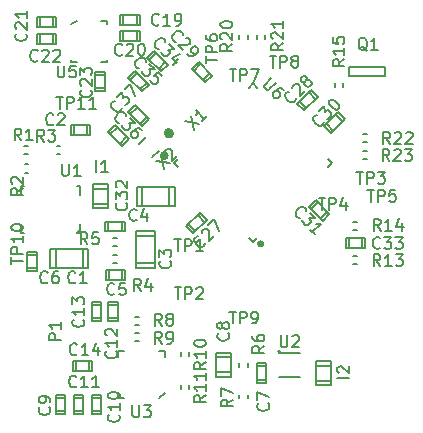
<source format=gto>
G04 (created by PCBNEW (2013-07-07 BZR 4022)-stable) date 6/24/2016 5:08:50 PM*
%MOIN*%
G04 Gerber Fmt 3.4, Leading zero omitted, Abs format*
%FSLAX34Y34*%
G01*
G70*
G90*
G04 APERTURE LIST*
%ADD10C,0.00590551*%
%ADD11C,0.005*%
G04 APERTURE END LIST*
G54D10*
G54D11*
X92820Y-52540D02*
X91620Y-52540D01*
X91620Y-52540D02*
X91620Y-52240D01*
X91620Y-52240D02*
X92820Y-52240D01*
X92820Y-52240D02*
X92820Y-52540D01*
X91037Y-62690D02*
X90537Y-62690D01*
X91037Y-62190D02*
X90547Y-62190D01*
X91037Y-62040D02*
X91037Y-62840D01*
X91037Y-62840D02*
X90537Y-62840D01*
X90537Y-62840D02*
X90537Y-62040D01*
X90537Y-62040D02*
X91037Y-62040D01*
X83090Y-56300D02*
X83590Y-56300D01*
X83090Y-56800D02*
X83580Y-56800D01*
X83090Y-56950D02*
X83090Y-56150D01*
X83090Y-56150D02*
X83590Y-56150D01*
X83590Y-56150D02*
X83590Y-56950D01*
X83590Y-56950D02*
X83090Y-56950D01*
G54D10*
X84609Y-61112D02*
X84490Y-61112D01*
X84609Y-61387D02*
X84490Y-61387D01*
X84609Y-60562D02*
X84490Y-60562D01*
X84609Y-60837D02*
X84490Y-60837D01*
X88248Y-63287D02*
X88248Y-63169D01*
X87972Y-63287D02*
X87972Y-63169D01*
X88248Y-62224D02*
X88248Y-62106D01*
X87972Y-62224D02*
X87972Y-62106D01*
X83760Y-58787D02*
X83879Y-58787D01*
X83760Y-58512D02*
X83879Y-58512D01*
X83879Y-57942D02*
X83760Y-57942D01*
X83879Y-58217D02*
X83760Y-58217D01*
X86012Y-62850D02*
X86012Y-62969D01*
X86287Y-62850D02*
X86287Y-62969D01*
X80820Y-55757D02*
X80939Y-55757D01*
X80820Y-55482D02*
X80939Y-55482D01*
X80790Y-55137D02*
X80909Y-55137D01*
X80790Y-54862D02*
X80909Y-54862D01*
X86022Y-61750D02*
X86022Y-61869D01*
X86297Y-61750D02*
X86297Y-61869D01*
X91427Y-52899D02*
X91427Y-52780D01*
X91152Y-52899D02*
X91152Y-52780D01*
X81880Y-55137D02*
X81999Y-55137D01*
X81880Y-54862D02*
X81999Y-54862D01*
X91770Y-57667D02*
X91889Y-57667D01*
X91770Y-57392D02*
X91889Y-57392D01*
X91760Y-58807D02*
X91879Y-58807D01*
X91760Y-58532D02*
X91879Y-58532D01*
X88731Y-58133D02*
G75*
G03X88731Y-58133I-55J0D01*
G74*
G01*
X88731Y-58133D02*
G75*
G03X88731Y-58133I-55J0D01*
G74*
G01*
X88731Y-58133D02*
G75*
G03X88731Y-58133I-55J0D01*
G74*
G01*
X88763Y-58133D02*
G75*
G03X88763Y-58133I-88J0D01*
G74*
G01*
X88286Y-57938D02*
X88425Y-58077D01*
X88425Y-58077D02*
X88564Y-57938D01*
X90930Y-55572D02*
X91069Y-55433D01*
X91069Y-55433D02*
X90930Y-55293D01*
X88564Y-52927D02*
X88425Y-52788D01*
X88425Y-52788D02*
X88286Y-52927D01*
X85919Y-55572D02*
X85780Y-55433D01*
X85780Y-55433D02*
X85919Y-55293D01*
X84109Y-63287D02*
X83912Y-63287D01*
X83912Y-63287D02*
X83912Y-63090D01*
X85487Y-63090D02*
X85290Y-63287D01*
X85290Y-61712D02*
X85487Y-61712D01*
X85487Y-61712D02*
X85487Y-61909D01*
X83912Y-61909D02*
X83912Y-61712D01*
X83912Y-61712D02*
X84109Y-61712D01*
X82359Y-51990D02*
X82359Y-52088D01*
X82359Y-52088D02*
X82556Y-52088D01*
X82359Y-50809D02*
X82556Y-50711D01*
X83540Y-51990D02*
X83540Y-52088D01*
X83540Y-52088D02*
X83343Y-52088D01*
X83343Y-50711D02*
X83540Y-50711D01*
X83540Y-50711D02*
X83540Y-50809D01*
X84849Y-54587D02*
X84626Y-54809D01*
X85294Y-55032D02*
X85071Y-55255D01*
X85501Y-55199D02*
G75*
G03X85501Y-55199I-39J0D01*
G74*
G01*
X85549Y-55199D02*
G75*
G03X85549Y-55199I-88J0D01*
G74*
G01*
X85579Y-55199D02*
G75*
G03X85579Y-55199I-118J0D01*
G74*
G01*
G54D11*
X85635Y-56880D02*
X85635Y-56240D01*
X84735Y-56240D02*
X84735Y-56880D01*
X84555Y-56240D02*
X84555Y-56880D01*
X84555Y-56880D02*
X85815Y-56880D01*
X85815Y-56880D02*
X85815Y-56240D01*
X85815Y-56240D02*
X84555Y-56240D01*
X85150Y-57870D02*
X84510Y-57870D01*
X84510Y-58770D02*
X85150Y-58770D01*
X84510Y-58950D02*
X85150Y-58950D01*
X85150Y-58950D02*
X85150Y-57690D01*
X85150Y-57690D02*
X84510Y-57690D01*
X84510Y-57690D02*
X84510Y-58950D01*
X81840Y-58290D02*
X81840Y-58930D01*
X82740Y-58930D02*
X82740Y-58290D01*
X82920Y-58930D02*
X82920Y-58290D01*
X82920Y-58290D02*
X81660Y-58290D01*
X81660Y-58290D02*
X81660Y-58930D01*
X81660Y-58930D02*
X82920Y-58930D01*
X87190Y-61915D02*
X87690Y-61915D01*
X87190Y-62415D02*
X87680Y-62415D01*
X87190Y-62565D02*
X87190Y-61765D01*
X87190Y-61765D02*
X87690Y-61765D01*
X87690Y-61765D02*
X87690Y-62565D01*
X87690Y-62565D02*
X87190Y-62565D01*
X81760Y-50900D02*
X81760Y-50580D01*
X81320Y-50590D02*
X81320Y-50900D01*
X81220Y-50580D02*
X81860Y-50580D01*
X81860Y-50580D02*
X81860Y-50900D01*
X81860Y-50900D02*
X81220Y-50900D01*
X81220Y-50900D02*
X81220Y-50580D01*
X86804Y-57398D02*
X86577Y-57172D01*
X86273Y-57490D02*
X86493Y-57709D01*
X86196Y-57554D02*
X86648Y-57101D01*
X86648Y-57101D02*
X86874Y-57327D01*
X86874Y-57327D02*
X86422Y-57780D01*
X86422Y-57780D02*
X86196Y-57554D01*
X89967Y-53388D02*
X90193Y-53615D01*
X90497Y-53296D02*
X90278Y-53077D01*
X90575Y-53233D02*
X90123Y-53685D01*
X90123Y-53685D02*
X89896Y-53459D01*
X89896Y-53459D02*
X90349Y-53007D01*
X90349Y-53007D02*
X90575Y-53233D01*
X86762Y-52678D02*
X86988Y-52452D01*
X86670Y-52148D02*
X86451Y-52367D01*
X86606Y-52070D02*
X87059Y-52523D01*
X87059Y-52523D02*
X86833Y-52749D01*
X86833Y-52749D02*
X86380Y-52296D01*
X86380Y-52296D02*
X86606Y-52070D01*
X90873Y-54136D02*
X91099Y-54363D01*
X91403Y-54044D02*
X91184Y-53825D01*
X91481Y-53981D02*
X91028Y-54433D01*
X91028Y-54433D02*
X90802Y-54207D01*
X90802Y-54207D02*
X91254Y-53755D01*
X91254Y-53755D02*
X91481Y-53981D01*
X84100Y-51040D02*
X84100Y-51360D01*
X84540Y-51350D02*
X84540Y-51040D01*
X84640Y-51360D02*
X84000Y-51360D01*
X84000Y-51360D02*
X84000Y-51040D01*
X84000Y-51040D02*
X84640Y-51040D01*
X84640Y-51040D02*
X84640Y-51360D01*
X83490Y-52510D02*
X83170Y-52510D01*
X83180Y-52950D02*
X83490Y-52950D01*
X83170Y-53050D02*
X83170Y-52410D01*
X83170Y-52410D02*
X83490Y-52410D01*
X83490Y-52410D02*
X83490Y-53050D01*
X83490Y-53050D02*
X83170Y-53050D01*
X84100Y-50510D02*
X84100Y-50830D01*
X84540Y-50820D02*
X84540Y-50510D01*
X84640Y-50830D02*
X84000Y-50830D01*
X84000Y-50830D02*
X84000Y-50510D01*
X84000Y-50510D02*
X84640Y-50510D01*
X84640Y-50510D02*
X84640Y-50830D01*
X81750Y-51460D02*
X81750Y-51140D01*
X81310Y-51150D02*
X81310Y-51460D01*
X81210Y-51140D02*
X81850Y-51140D01*
X81850Y-51140D02*
X81850Y-51460D01*
X81850Y-51460D02*
X81210Y-51460D01*
X81210Y-51460D02*
X81210Y-51140D01*
X84648Y-54126D02*
X84874Y-53900D01*
X84556Y-53596D02*
X84337Y-53815D01*
X84493Y-53518D02*
X84945Y-53971D01*
X84945Y-53971D02*
X84719Y-54197D01*
X84719Y-54197D02*
X84266Y-53745D01*
X84266Y-53745D02*
X84493Y-53518D01*
X90587Y-56751D02*
X90361Y-56977D01*
X90679Y-57281D02*
X90898Y-57062D01*
X90743Y-57359D02*
X90290Y-56906D01*
X90290Y-56906D02*
X90516Y-56680D01*
X90516Y-56680D02*
X90969Y-57133D01*
X90969Y-57133D02*
X90743Y-57359D01*
X82160Y-63280D02*
X81840Y-63280D01*
X81850Y-63720D02*
X82160Y-63720D01*
X81840Y-63820D02*
X81840Y-63180D01*
X81840Y-63180D02*
X82160Y-63180D01*
X82160Y-63180D02*
X82160Y-63820D01*
X82160Y-63820D02*
X81840Y-63820D01*
X83979Y-54796D02*
X84205Y-54569D01*
X83887Y-54265D02*
X83668Y-54485D01*
X83823Y-54188D02*
X84276Y-54640D01*
X84276Y-54640D02*
X84050Y-54866D01*
X84050Y-54866D02*
X83597Y-54414D01*
X83597Y-54414D02*
X83823Y-54188D01*
X81210Y-58510D02*
X80890Y-58510D01*
X80900Y-58950D02*
X81210Y-58950D01*
X80890Y-59050D02*
X80890Y-58410D01*
X80890Y-58410D02*
X81210Y-58410D01*
X81210Y-58410D02*
X81210Y-59050D01*
X81210Y-59050D02*
X80890Y-59050D01*
X84040Y-57710D02*
X84040Y-57390D01*
X83600Y-57400D02*
X83600Y-57710D01*
X83500Y-57390D02*
X84140Y-57390D01*
X84140Y-57390D02*
X84140Y-57710D01*
X84140Y-57710D02*
X83500Y-57710D01*
X83500Y-57710D02*
X83500Y-57390D01*
X83610Y-59010D02*
X83610Y-59330D01*
X84050Y-59320D02*
X84050Y-59010D01*
X84150Y-59330D02*
X83510Y-59330D01*
X83510Y-59330D02*
X83510Y-59010D01*
X83510Y-59010D02*
X84150Y-59010D01*
X84150Y-59010D02*
X84150Y-59330D01*
X88860Y-62220D02*
X88540Y-62220D01*
X88550Y-62660D02*
X88860Y-62660D01*
X88540Y-62760D02*
X88540Y-62120D01*
X88540Y-62120D02*
X88860Y-62120D01*
X88860Y-62120D02*
X88860Y-62760D01*
X88860Y-62760D02*
X88540Y-62760D01*
X84648Y-52985D02*
X84874Y-52758D01*
X84556Y-52454D02*
X84337Y-52674D01*
X84493Y-52377D02*
X84945Y-52829D01*
X84945Y-52829D02*
X84719Y-53055D01*
X84719Y-53055D02*
X84266Y-52603D01*
X84266Y-52603D02*
X84493Y-52377D01*
X85278Y-52315D02*
X85504Y-52089D01*
X85186Y-51785D02*
X84967Y-52004D01*
X85123Y-51707D02*
X85575Y-52160D01*
X85575Y-52160D02*
X85349Y-52386D01*
X85349Y-52386D02*
X84896Y-51934D01*
X84896Y-51934D02*
X85123Y-51707D01*
X82880Y-54490D02*
X82880Y-54170D01*
X82440Y-54180D02*
X82440Y-54490D01*
X82340Y-54170D02*
X82980Y-54170D01*
X82980Y-54170D02*
X82980Y-54490D01*
X82980Y-54490D02*
X82340Y-54490D01*
X82340Y-54490D02*
X82340Y-54170D01*
X92050Y-58270D02*
X92050Y-57950D01*
X91610Y-57960D02*
X91610Y-58270D01*
X91510Y-57950D02*
X92150Y-57950D01*
X92150Y-57950D02*
X92150Y-58270D01*
X92150Y-58270D02*
X91510Y-58270D01*
X91510Y-58270D02*
X91510Y-57950D01*
X83040Y-60620D02*
X83360Y-60620D01*
X83350Y-60180D02*
X83040Y-60180D01*
X83360Y-60080D02*
X83360Y-60720D01*
X83360Y-60720D02*
X83040Y-60720D01*
X83040Y-60720D02*
X83040Y-60080D01*
X83040Y-60080D02*
X83360Y-60080D01*
X83590Y-60620D02*
X83910Y-60620D01*
X83900Y-60180D02*
X83590Y-60180D01*
X83910Y-60080D02*
X83910Y-60720D01*
X83910Y-60720D02*
X83590Y-60720D01*
X83590Y-60720D02*
X83590Y-60080D01*
X83590Y-60080D02*
X83910Y-60080D01*
X82970Y-62360D02*
X82970Y-62040D01*
X82530Y-62050D02*
X82530Y-62360D01*
X82430Y-62040D02*
X83070Y-62040D01*
X83070Y-62040D02*
X83070Y-62360D01*
X83070Y-62360D02*
X82430Y-62360D01*
X82430Y-62360D02*
X82430Y-62040D01*
X82760Y-63280D02*
X82440Y-63280D01*
X82450Y-63720D02*
X82760Y-63720D01*
X82440Y-63820D02*
X82440Y-63180D01*
X82440Y-63180D02*
X82760Y-63180D01*
X82760Y-63180D02*
X82760Y-63820D01*
X82760Y-63820D02*
X82440Y-63820D01*
X83360Y-63280D02*
X83040Y-63280D01*
X83050Y-63720D02*
X83360Y-63720D01*
X83040Y-63820D02*
X83040Y-63180D01*
X83040Y-63180D02*
X83360Y-63180D01*
X83360Y-63180D02*
X83360Y-63820D01*
X83360Y-63820D02*
X83040Y-63820D01*
G54D10*
X85654Y-54448D02*
G75*
G03X85654Y-54448I-39J0D01*
G74*
G01*
X85671Y-54448D02*
G75*
G03X85671Y-54448I-55J0D01*
G74*
G01*
X85703Y-54448D02*
G75*
G03X85703Y-54448I-88J0D01*
G74*
G01*
X85726Y-54448D02*
G75*
G03X85726Y-54448I-111J0D01*
G74*
G01*
X85757Y-54448D02*
G75*
G03X85757Y-54448I-141J0D01*
G74*
G01*
X89330Y-61732D02*
G75*
G03X89330Y-61732I-39J0D01*
G74*
G01*
X89291Y-62559D02*
X90000Y-62559D01*
X89291Y-61771D02*
X90000Y-61771D01*
X82560Y-57782D02*
X82659Y-57683D01*
X80789Y-57782D02*
X80690Y-57782D01*
X80690Y-57782D02*
X80690Y-57487D01*
X80789Y-56207D02*
X80690Y-56207D01*
X80690Y-56207D02*
X80690Y-56502D01*
X82659Y-56502D02*
X82659Y-56207D01*
X82659Y-56207D02*
X82560Y-56207D01*
X82659Y-57487D02*
X82659Y-57782D01*
X82659Y-57782D02*
X82560Y-57782D01*
X88242Y-51294D02*
X88242Y-51175D01*
X87967Y-51294D02*
X87967Y-51175D01*
X88827Y-51294D02*
X88827Y-51175D01*
X88552Y-51294D02*
X88552Y-51175D01*
X92090Y-55317D02*
X92209Y-55317D01*
X92090Y-55042D02*
X92209Y-55042D01*
X92219Y-54472D02*
X92100Y-54472D01*
X92219Y-54747D02*
X92100Y-54747D01*
X82019Y-61340D02*
X81625Y-61340D01*
X81625Y-61190D01*
X81644Y-61153D01*
X81663Y-61134D01*
X81700Y-61115D01*
X81756Y-61115D01*
X81794Y-61134D01*
X81813Y-61153D01*
X81831Y-61190D01*
X81831Y-61340D01*
X82019Y-60740D02*
X82019Y-60965D01*
X82019Y-60853D02*
X81625Y-60853D01*
X81681Y-60890D01*
X81719Y-60928D01*
X81738Y-60965D01*
X88973Y-51865D02*
X89198Y-51865D01*
X89085Y-52259D02*
X89085Y-51865D01*
X89329Y-52259D02*
X89329Y-51865D01*
X89479Y-51865D01*
X89516Y-51884D01*
X89535Y-51903D01*
X89554Y-51940D01*
X89554Y-51996D01*
X89535Y-52034D01*
X89516Y-52053D01*
X89479Y-52071D01*
X89329Y-52071D01*
X89779Y-52034D02*
X89741Y-52015D01*
X89723Y-51996D01*
X89704Y-51959D01*
X89704Y-51940D01*
X89723Y-51903D01*
X89741Y-51884D01*
X89779Y-51865D01*
X89854Y-51865D01*
X89891Y-51884D01*
X89910Y-51903D01*
X89929Y-51940D01*
X89929Y-51959D01*
X89910Y-51996D01*
X89891Y-52015D01*
X89854Y-52034D01*
X89779Y-52034D01*
X89741Y-52053D01*
X89723Y-52071D01*
X89704Y-52109D01*
X89704Y-52184D01*
X89723Y-52221D01*
X89741Y-52240D01*
X89779Y-52259D01*
X89854Y-52259D01*
X89891Y-52240D01*
X89910Y-52221D01*
X89929Y-52184D01*
X89929Y-52109D01*
X89910Y-52071D01*
X89891Y-52053D01*
X89854Y-52034D01*
X81860Y-53230D02*
X82085Y-53230D01*
X81973Y-53624D02*
X81973Y-53230D01*
X82216Y-53624D02*
X82216Y-53230D01*
X82366Y-53230D01*
X82404Y-53249D01*
X82423Y-53268D01*
X82441Y-53305D01*
X82441Y-53361D01*
X82423Y-53399D01*
X82404Y-53418D01*
X82366Y-53436D01*
X82216Y-53436D01*
X82816Y-53624D02*
X82591Y-53624D01*
X82704Y-53624D02*
X82704Y-53230D01*
X82666Y-53286D01*
X82629Y-53324D01*
X82591Y-53343D01*
X83191Y-53624D02*
X82966Y-53624D01*
X83079Y-53624D02*
X83079Y-53230D01*
X83041Y-53286D01*
X83004Y-53324D01*
X82966Y-53343D01*
X87633Y-60395D02*
X87858Y-60395D01*
X87745Y-60788D02*
X87745Y-60395D01*
X87989Y-60788D02*
X87989Y-60395D01*
X88139Y-60395D01*
X88176Y-60413D01*
X88195Y-60432D01*
X88214Y-60470D01*
X88214Y-60526D01*
X88195Y-60563D01*
X88176Y-60582D01*
X88139Y-60601D01*
X87989Y-60601D01*
X88401Y-60788D02*
X88476Y-60788D01*
X88514Y-60770D01*
X88533Y-60751D01*
X88570Y-60695D01*
X88589Y-60620D01*
X88589Y-60470D01*
X88570Y-60432D01*
X88551Y-60413D01*
X88514Y-60395D01*
X88439Y-60395D01*
X88401Y-60413D01*
X88383Y-60432D01*
X88364Y-60470D01*
X88364Y-60563D01*
X88383Y-60601D01*
X88401Y-60620D01*
X88439Y-60638D01*
X88514Y-60638D01*
X88551Y-60620D01*
X88570Y-60601D01*
X88589Y-60563D01*
X80355Y-58814D02*
X80355Y-58589D01*
X80749Y-58701D02*
X80355Y-58701D01*
X80749Y-58458D02*
X80355Y-58458D01*
X80355Y-58308D01*
X80374Y-58270D01*
X80393Y-58251D01*
X80430Y-58233D01*
X80486Y-58233D01*
X80524Y-58251D01*
X80543Y-58270D01*
X80561Y-58308D01*
X80561Y-58458D01*
X80749Y-57858D02*
X80749Y-58083D01*
X80749Y-57970D02*
X80355Y-57970D01*
X80411Y-58008D01*
X80449Y-58045D01*
X80468Y-58083D01*
X80355Y-57614D02*
X80355Y-57576D01*
X80374Y-57539D01*
X80393Y-57520D01*
X80430Y-57501D01*
X80505Y-57483D01*
X80599Y-57483D01*
X80674Y-57501D01*
X80711Y-57520D01*
X80730Y-57539D01*
X80749Y-57576D01*
X80749Y-57614D01*
X80730Y-57651D01*
X80711Y-57670D01*
X80674Y-57689D01*
X80599Y-57708D01*
X80505Y-57708D01*
X80430Y-57689D01*
X80393Y-57670D01*
X80374Y-57651D01*
X80355Y-57614D01*
X87643Y-52315D02*
X87868Y-52315D01*
X87755Y-52709D02*
X87755Y-52315D01*
X87999Y-52709D02*
X87999Y-52315D01*
X88149Y-52315D01*
X88186Y-52334D01*
X88205Y-52353D01*
X88224Y-52390D01*
X88224Y-52446D01*
X88205Y-52484D01*
X88186Y-52503D01*
X88149Y-52521D01*
X87999Y-52521D01*
X88355Y-52315D02*
X88618Y-52315D01*
X88449Y-52709D01*
X86845Y-52106D02*
X86845Y-51881D01*
X87239Y-51994D02*
X86845Y-51994D01*
X87239Y-51750D02*
X86845Y-51750D01*
X86845Y-51600D01*
X86864Y-51563D01*
X86883Y-51544D01*
X86920Y-51525D01*
X86976Y-51525D01*
X87014Y-51544D01*
X87033Y-51563D01*
X87051Y-51600D01*
X87051Y-51750D01*
X86845Y-51188D02*
X86845Y-51263D01*
X86864Y-51300D01*
X86883Y-51319D01*
X86939Y-51356D01*
X87014Y-51375D01*
X87164Y-51375D01*
X87201Y-51356D01*
X87220Y-51338D01*
X87239Y-51300D01*
X87239Y-51225D01*
X87220Y-51188D01*
X87201Y-51169D01*
X87164Y-51150D01*
X87070Y-51150D01*
X87033Y-51169D01*
X87014Y-51188D01*
X86995Y-51225D01*
X86995Y-51300D01*
X87014Y-51338D01*
X87033Y-51356D01*
X87070Y-51375D01*
X85808Y-59585D02*
X86033Y-59585D01*
X85920Y-59979D02*
X85920Y-59585D01*
X86164Y-59979D02*
X86164Y-59585D01*
X86314Y-59585D01*
X86351Y-59604D01*
X86370Y-59623D01*
X86389Y-59660D01*
X86389Y-59716D01*
X86370Y-59754D01*
X86351Y-59773D01*
X86314Y-59791D01*
X86164Y-59791D01*
X86539Y-59623D02*
X86558Y-59604D01*
X86595Y-59585D01*
X86689Y-59585D01*
X86726Y-59604D01*
X86745Y-59623D01*
X86764Y-59660D01*
X86764Y-59698D01*
X86745Y-59754D01*
X86520Y-59979D01*
X86764Y-59979D01*
X91863Y-55735D02*
X92088Y-55735D01*
X91975Y-56129D02*
X91975Y-55735D01*
X92219Y-56129D02*
X92219Y-55735D01*
X92369Y-55735D01*
X92406Y-55754D01*
X92425Y-55773D01*
X92444Y-55810D01*
X92444Y-55866D01*
X92425Y-55904D01*
X92406Y-55923D01*
X92369Y-55941D01*
X92219Y-55941D01*
X92575Y-55735D02*
X92819Y-55735D01*
X92688Y-55885D01*
X92744Y-55885D01*
X92781Y-55904D01*
X92800Y-55923D01*
X92819Y-55960D01*
X92819Y-56054D01*
X92800Y-56091D01*
X92781Y-56110D01*
X92744Y-56129D01*
X92631Y-56129D01*
X92594Y-56110D01*
X92575Y-56091D01*
X90608Y-56600D02*
X90833Y-56600D01*
X90720Y-56994D02*
X90720Y-56600D01*
X90964Y-56994D02*
X90964Y-56600D01*
X91114Y-56600D01*
X91151Y-56619D01*
X91170Y-56638D01*
X91189Y-56675D01*
X91189Y-56731D01*
X91170Y-56769D01*
X91151Y-56788D01*
X91114Y-56806D01*
X90964Y-56806D01*
X91526Y-56731D02*
X91526Y-56994D01*
X91433Y-56581D02*
X91339Y-56863D01*
X91583Y-56863D01*
X92233Y-56335D02*
X92458Y-56335D01*
X92345Y-56729D02*
X92345Y-56335D01*
X92589Y-56729D02*
X92589Y-56335D01*
X92739Y-56335D01*
X92776Y-56354D01*
X92795Y-56373D01*
X92814Y-56410D01*
X92814Y-56466D01*
X92795Y-56504D01*
X92776Y-56523D01*
X92739Y-56541D01*
X92589Y-56541D01*
X93170Y-56335D02*
X92983Y-56335D01*
X92964Y-56523D01*
X92983Y-56504D01*
X93020Y-56485D01*
X93114Y-56485D01*
X93151Y-56504D01*
X93170Y-56523D01*
X93189Y-56560D01*
X93189Y-56654D01*
X93170Y-56691D01*
X93151Y-56710D01*
X93114Y-56729D01*
X93020Y-56729D01*
X92983Y-56710D01*
X92964Y-56691D01*
X85798Y-57985D02*
X86023Y-57985D01*
X85910Y-58379D02*
X85910Y-57985D01*
X86154Y-58379D02*
X86154Y-57985D01*
X86304Y-57985D01*
X86341Y-58004D01*
X86360Y-58023D01*
X86379Y-58060D01*
X86379Y-58116D01*
X86360Y-58154D01*
X86341Y-58173D01*
X86304Y-58191D01*
X86154Y-58191D01*
X86754Y-58379D02*
X86529Y-58379D01*
X86641Y-58379D02*
X86641Y-57985D01*
X86604Y-58041D01*
X86566Y-58079D01*
X86529Y-58098D01*
X92227Y-51701D02*
X92190Y-51683D01*
X92152Y-51645D01*
X92096Y-51589D01*
X92058Y-51570D01*
X92021Y-51570D01*
X92040Y-51664D02*
X92002Y-51645D01*
X91965Y-51608D01*
X91946Y-51533D01*
X91946Y-51401D01*
X91965Y-51326D01*
X92002Y-51289D01*
X92040Y-51270D01*
X92115Y-51270D01*
X92152Y-51289D01*
X92190Y-51326D01*
X92208Y-51401D01*
X92208Y-51533D01*
X92190Y-51608D01*
X92152Y-51645D01*
X92115Y-51664D01*
X92040Y-51664D01*
X92583Y-51664D02*
X92358Y-51664D01*
X92471Y-51664D02*
X92471Y-51270D01*
X92433Y-51326D01*
X92396Y-51364D01*
X92358Y-51383D01*
X91629Y-62602D02*
X91235Y-62602D01*
X91273Y-62433D02*
X91254Y-62415D01*
X91235Y-62377D01*
X91235Y-62283D01*
X91254Y-62246D01*
X91273Y-62227D01*
X91310Y-62208D01*
X91348Y-62208D01*
X91404Y-62227D01*
X91629Y-62452D01*
X91629Y-62208D01*
X83192Y-55739D02*
X83192Y-55345D01*
X83586Y-55739D02*
X83361Y-55739D01*
X83473Y-55739D02*
X83473Y-55345D01*
X83436Y-55401D01*
X83398Y-55439D01*
X83361Y-55458D01*
X85384Y-61459D02*
X85253Y-61271D01*
X85159Y-61459D02*
X85159Y-61065D01*
X85309Y-61065D01*
X85346Y-61084D01*
X85365Y-61103D01*
X85384Y-61140D01*
X85384Y-61196D01*
X85365Y-61234D01*
X85346Y-61253D01*
X85309Y-61271D01*
X85159Y-61271D01*
X85571Y-61459D02*
X85646Y-61459D01*
X85684Y-61440D01*
X85703Y-61421D01*
X85740Y-61365D01*
X85759Y-61290D01*
X85759Y-61140D01*
X85740Y-61103D01*
X85721Y-61084D01*
X85684Y-61065D01*
X85609Y-61065D01*
X85571Y-61084D01*
X85553Y-61103D01*
X85534Y-61140D01*
X85534Y-61234D01*
X85553Y-61271D01*
X85571Y-61290D01*
X85609Y-61309D01*
X85684Y-61309D01*
X85721Y-61290D01*
X85740Y-61271D01*
X85759Y-61234D01*
X85384Y-60859D02*
X85253Y-60671D01*
X85159Y-60859D02*
X85159Y-60465D01*
X85309Y-60465D01*
X85346Y-60484D01*
X85365Y-60503D01*
X85384Y-60540D01*
X85384Y-60596D01*
X85365Y-60634D01*
X85346Y-60653D01*
X85309Y-60671D01*
X85159Y-60671D01*
X85609Y-60634D02*
X85571Y-60615D01*
X85553Y-60596D01*
X85534Y-60559D01*
X85534Y-60540D01*
X85553Y-60503D01*
X85571Y-60484D01*
X85609Y-60465D01*
X85684Y-60465D01*
X85721Y-60484D01*
X85740Y-60503D01*
X85759Y-60540D01*
X85759Y-60559D01*
X85740Y-60596D01*
X85721Y-60615D01*
X85684Y-60634D01*
X85609Y-60634D01*
X85571Y-60653D01*
X85553Y-60671D01*
X85534Y-60709D01*
X85534Y-60784D01*
X85553Y-60821D01*
X85571Y-60840D01*
X85609Y-60859D01*
X85684Y-60859D01*
X85721Y-60840D01*
X85740Y-60821D01*
X85759Y-60784D01*
X85759Y-60709D01*
X85740Y-60671D01*
X85721Y-60653D01*
X85684Y-60634D01*
X87749Y-63325D02*
X87561Y-63456D01*
X87749Y-63550D02*
X87355Y-63550D01*
X87355Y-63400D01*
X87374Y-63363D01*
X87393Y-63344D01*
X87430Y-63325D01*
X87486Y-63325D01*
X87524Y-63344D01*
X87543Y-63363D01*
X87561Y-63400D01*
X87561Y-63550D01*
X87355Y-63194D02*
X87355Y-62931D01*
X87749Y-63100D01*
X88799Y-61535D02*
X88611Y-61666D01*
X88799Y-61760D02*
X88405Y-61760D01*
X88405Y-61610D01*
X88424Y-61573D01*
X88443Y-61554D01*
X88480Y-61535D01*
X88536Y-61535D01*
X88574Y-61554D01*
X88593Y-61573D01*
X88611Y-61610D01*
X88611Y-61760D01*
X88405Y-61198D02*
X88405Y-61273D01*
X88424Y-61310D01*
X88443Y-61329D01*
X88499Y-61366D01*
X88574Y-61385D01*
X88724Y-61385D01*
X88761Y-61366D01*
X88780Y-61348D01*
X88799Y-61310D01*
X88799Y-61235D01*
X88780Y-61198D01*
X88761Y-61179D01*
X88724Y-61160D01*
X88630Y-61160D01*
X88593Y-61179D01*
X88574Y-61198D01*
X88555Y-61235D01*
X88555Y-61310D01*
X88574Y-61348D01*
X88593Y-61366D01*
X88630Y-61385D01*
X82904Y-58149D02*
X82773Y-57961D01*
X82679Y-58149D02*
X82679Y-57755D01*
X82829Y-57755D01*
X82866Y-57774D01*
X82885Y-57793D01*
X82904Y-57830D01*
X82904Y-57886D01*
X82885Y-57924D01*
X82866Y-57943D01*
X82829Y-57961D01*
X82679Y-57961D01*
X83260Y-57755D02*
X83073Y-57755D01*
X83054Y-57943D01*
X83073Y-57924D01*
X83110Y-57905D01*
X83204Y-57905D01*
X83241Y-57924D01*
X83260Y-57943D01*
X83279Y-57980D01*
X83279Y-58074D01*
X83260Y-58111D01*
X83241Y-58130D01*
X83204Y-58149D01*
X83110Y-58149D01*
X83073Y-58130D01*
X83054Y-58111D01*
X84684Y-59699D02*
X84553Y-59511D01*
X84459Y-59699D02*
X84459Y-59305D01*
X84609Y-59305D01*
X84646Y-59324D01*
X84665Y-59343D01*
X84684Y-59380D01*
X84684Y-59436D01*
X84665Y-59474D01*
X84646Y-59493D01*
X84609Y-59511D01*
X84459Y-59511D01*
X85021Y-59436D02*
X85021Y-59699D01*
X84928Y-59286D02*
X84834Y-59568D01*
X85078Y-59568D01*
X86840Y-63182D02*
X86653Y-63314D01*
X86840Y-63407D02*
X86447Y-63407D01*
X86447Y-63257D01*
X86465Y-63220D01*
X86484Y-63201D01*
X86522Y-63182D01*
X86578Y-63182D01*
X86615Y-63201D01*
X86634Y-63220D01*
X86653Y-63257D01*
X86653Y-63407D01*
X86840Y-62807D02*
X86840Y-63032D01*
X86840Y-62920D02*
X86447Y-62920D01*
X86503Y-62957D01*
X86540Y-62995D01*
X86559Y-63032D01*
X86840Y-62432D02*
X86840Y-62657D01*
X86840Y-62545D02*
X86447Y-62545D01*
X86503Y-62582D01*
X86540Y-62620D01*
X86559Y-62657D01*
X80749Y-56275D02*
X80561Y-56406D01*
X80749Y-56500D02*
X80355Y-56500D01*
X80355Y-56350D01*
X80374Y-56313D01*
X80393Y-56294D01*
X80430Y-56275D01*
X80486Y-56275D01*
X80524Y-56294D01*
X80543Y-56313D01*
X80561Y-56350D01*
X80561Y-56500D01*
X80393Y-56125D02*
X80374Y-56106D01*
X80355Y-56069D01*
X80355Y-55975D01*
X80374Y-55938D01*
X80393Y-55919D01*
X80430Y-55900D01*
X80468Y-55900D01*
X80524Y-55919D01*
X80749Y-56144D01*
X80749Y-55900D01*
X80699Y-54684D02*
X80568Y-54496D01*
X80474Y-54684D02*
X80474Y-54290D01*
X80624Y-54290D01*
X80661Y-54309D01*
X80680Y-54328D01*
X80699Y-54365D01*
X80699Y-54421D01*
X80680Y-54459D01*
X80661Y-54478D01*
X80624Y-54496D01*
X80474Y-54496D01*
X81074Y-54684D02*
X80849Y-54684D01*
X80961Y-54684D02*
X80961Y-54290D01*
X80924Y-54346D01*
X80886Y-54384D01*
X80849Y-54403D01*
X86850Y-62082D02*
X86663Y-62214D01*
X86850Y-62307D02*
X86457Y-62307D01*
X86457Y-62157D01*
X86475Y-62120D01*
X86494Y-62101D01*
X86532Y-62082D01*
X86588Y-62082D01*
X86625Y-62101D01*
X86644Y-62120D01*
X86663Y-62157D01*
X86663Y-62307D01*
X86850Y-61707D02*
X86850Y-61932D01*
X86850Y-61820D02*
X86457Y-61820D01*
X86513Y-61857D01*
X86550Y-61895D01*
X86569Y-61932D01*
X86457Y-61464D02*
X86457Y-61426D01*
X86475Y-61389D01*
X86494Y-61370D01*
X86532Y-61351D01*
X86607Y-61332D01*
X86700Y-61332D01*
X86775Y-61351D01*
X86813Y-61370D01*
X86832Y-61389D01*
X86850Y-61426D01*
X86850Y-61464D01*
X86832Y-61501D01*
X86813Y-61520D01*
X86775Y-61539D01*
X86700Y-61557D01*
X86607Y-61557D01*
X86532Y-61539D01*
X86494Y-61520D01*
X86475Y-61501D01*
X86457Y-61464D01*
X91469Y-51983D02*
X91281Y-52114D01*
X91469Y-52208D02*
X91075Y-52208D01*
X91075Y-52058D01*
X91094Y-52020D01*
X91113Y-52001D01*
X91150Y-51983D01*
X91206Y-51983D01*
X91244Y-52001D01*
X91263Y-52020D01*
X91281Y-52058D01*
X91281Y-52208D01*
X91469Y-51608D02*
X91469Y-51833D01*
X91469Y-51720D02*
X91075Y-51720D01*
X91131Y-51758D01*
X91169Y-51795D01*
X91188Y-51833D01*
X91075Y-51251D02*
X91075Y-51439D01*
X91263Y-51458D01*
X91244Y-51439D01*
X91225Y-51401D01*
X91225Y-51308D01*
X91244Y-51270D01*
X91263Y-51251D01*
X91300Y-51233D01*
X91394Y-51233D01*
X91431Y-51251D01*
X91450Y-51270D01*
X91469Y-51308D01*
X91469Y-51401D01*
X91450Y-51439D01*
X91431Y-51458D01*
X81464Y-54724D02*
X81333Y-54536D01*
X81239Y-54724D02*
X81239Y-54330D01*
X81389Y-54330D01*
X81426Y-54349D01*
X81445Y-54368D01*
X81464Y-54405D01*
X81464Y-54461D01*
X81445Y-54499D01*
X81426Y-54518D01*
X81389Y-54536D01*
X81239Y-54536D01*
X81595Y-54330D02*
X81839Y-54330D01*
X81708Y-54480D01*
X81764Y-54480D01*
X81801Y-54499D01*
X81820Y-54518D01*
X81839Y-54555D01*
X81839Y-54649D01*
X81820Y-54686D01*
X81801Y-54705D01*
X81764Y-54724D01*
X81651Y-54724D01*
X81614Y-54705D01*
X81595Y-54686D01*
X92676Y-57699D02*
X92545Y-57511D01*
X92451Y-57699D02*
X92451Y-57305D01*
X92601Y-57305D01*
X92639Y-57324D01*
X92658Y-57343D01*
X92676Y-57380D01*
X92676Y-57436D01*
X92658Y-57474D01*
X92639Y-57493D01*
X92601Y-57511D01*
X92451Y-57511D01*
X93051Y-57699D02*
X92826Y-57699D01*
X92939Y-57699D02*
X92939Y-57305D01*
X92901Y-57361D01*
X92864Y-57399D01*
X92826Y-57418D01*
X93389Y-57436D02*
X93389Y-57699D01*
X93295Y-57286D02*
X93201Y-57568D01*
X93445Y-57568D01*
X92666Y-58874D02*
X92535Y-58686D01*
X92441Y-58874D02*
X92441Y-58480D01*
X92591Y-58480D01*
X92629Y-58499D01*
X92648Y-58518D01*
X92666Y-58555D01*
X92666Y-58611D01*
X92648Y-58649D01*
X92629Y-58668D01*
X92591Y-58686D01*
X92441Y-58686D01*
X93041Y-58874D02*
X92816Y-58874D01*
X92929Y-58874D02*
X92929Y-58480D01*
X92891Y-58536D01*
X92854Y-58574D01*
X92816Y-58593D01*
X93173Y-58480D02*
X93416Y-58480D01*
X93285Y-58630D01*
X93341Y-58630D01*
X93379Y-58649D01*
X93398Y-58668D01*
X93416Y-58705D01*
X93416Y-58799D01*
X93398Y-58836D01*
X93379Y-58855D01*
X93341Y-58874D01*
X93229Y-58874D01*
X93191Y-58855D01*
X93173Y-58836D01*
X89033Y-52602D02*
X88808Y-52827D01*
X88794Y-52867D01*
X88794Y-52893D01*
X88808Y-52933D01*
X88861Y-52986D01*
X88901Y-52999D01*
X88927Y-52999D01*
X88967Y-52986D01*
X89192Y-52761D01*
X89444Y-53013D02*
X89391Y-52960D01*
X89351Y-52946D01*
X89325Y-52946D01*
X89258Y-52960D01*
X89192Y-52999D01*
X89086Y-53105D01*
X89073Y-53145D01*
X89073Y-53172D01*
X89086Y-53211D01*
X89139Y-53265D01*
X89179Y-53278D01*
X89205Y-53278D01*
X89245Y-53265D01*
X89311Y-53198D01*
X89325Y-53158D01*
X89325Y-53132D01*
X89311Y-53092D01*
X89258Y-53039D01*
X89219Y-53026D01*
X89192Y-53026D01*
X89152Y-53039D01*
X84405Y-63515D02*
X84405Y-63834D01*
X84423Y-63871D01*
X84442Y-63890D01*
X84480Y-63909D01*
X84555Y-63909D01*
X84592Y-63890D01*
X84611Y-63871D01*
X84630Y-63834D01*
X84630Y-63515D01*
X84779Y-63515D02*
X85023Y-63515D01*
X84892Y-63665D01*
X84948Y-63665D01*
X84986Y-63684D01*
X85004Y-63703D01*
X85023Y-63740D01*
X85023Y-63834D01*
X85004Y-63871D01*
X84986Y-63890D01*
X84948Y-63909D01*
X84836Y-63909D01*
X84798Y-63890D01*
X84779Y-63871D01*
X81910Y-52195D02*
X81910Y-52514D01*
X81928Y-52551D01*
X81947Y-52570D01*
X81985Y-52589D01*
X82060Y-52589D01*
X82097Y-52570D01*
X82116Y-52551D01*
X82135Y-52514D01*
X82135Y-52195D01*
X82509Y-52195D02*
X82322Y-52195D01*
X82303Y-52383D01*
X82322Y-52364D01*
X82359Y-52345D01*
X82453Y-52345D01*
X82491Y-52364D01*
X82509Y-52383D01*
X82528Y-52420D01*
X82528Y-52514D01*
X82509Y-52551D01*
X82491Y-52570D01*
X82453Y-52589D01*
X82359Y-52589D01*
X82322Y-52570D01*
X82303Y-52551D01*
X85178Y-55359D02*
X85642Y-55452D01*
X85364Y-55174D02*
X85457Y-55638D01*
X85483Y-55107D02*
X85483Y-55081D01*
X85497Y-55041D01*
X85563Y-54975D01*
X85603Y-54961D01*
X85629Y-54961D01*
X85669Y-54975D01*
X85695Y-55001D01*
X85722Y-55054D01*
X85722Y-55372D01*
X85894Y-55200D01*
X84201Y-56773D02*
X84220Y-56791D01*
X84239Y-56848D01*
X84239Y-56885D01*
X84220Y-56941D01*
X84183Y-56979D01*
X84145Y-56998D01*
X84070Y-57016D01*
X84014Y-57016D01*
X83939Y-56998D01*
X83901Y-56979D01*
X83864Y-56941D01*
X83845Y-56885D01*
X83845Y-56848D01*
X83864Y-56791D01*
X83883Y-56773D01*
X83845Y-56641D02*
X83845Y-56398D01*
X83995Y-56529D01*
X83995Y-56473D01*
X84014Y-56435D01*
X84033Y-56416D01*
X84070Y-56398D01*
X84164Y-56398D01*
X84201Y-56416D01*
X84220Y-56435D01*
X84239Y-56473D01*
X84239Y-56585D01*
X84220Y-56623D01*
X84201Y-56641D01*
X83883Y-56248D02*
X83864Y-56229D01*
X83845Y-56191D01*
X83845Y-56098D01*
X83864Y-56060D01*
X83883Y-56041D01*
X83920Y-56023D01*
X83958Y-56023D01*
X84014Y-56041D01*
X84239Y-56266D01*
X84239Y-56023D01*
X85656Y-58705D02*
X85675Y-58724D01*
X85694Y-58780D01*
X85694Y-58818D01*
X85675Y-58874D01*
X85638Y-58911D01*
X85600Y-58930D01*
X85525Y-58949D01*
X85469Y-58949D01*
X85394Y-58930D01*
X85356Y-58911D01*
X85319Y-58874D01*
X85300Y-58818D01*
X85300Y-58780D01*
X85319Y-58724D01*
X85338Y-58705D01*
X85300Y-58574D02*
X85300Y-58330D01*
X85450Y-58461D01*
X85450Y-58405D01*
X85469Y-58368D01*
X85488Y-58349D01*
X85525Y-58330D01*
X85619Y-58330D01*
X85656Y-58349D01*
X85675Y-58368D01*
X85694Y-58405D01*
X85694Y-58518D01*
X85675Y-58555D01*
X85656Y-58574D01*
X82504Y-59411D02*
X82485Y-59430D01*
X82429Y-59449D01*
X82391Y-59449D01*
X82335Y-59430D01*
X82298Y-59393D01*
X82279Y-59355D01*
X82260Y-59280D01*
X82260Y-59224D01*
X82279Y-59149D01*
X82298Y-59111D01*
X82335Y-59074D01*
X82391Y-59055D01*
X82429Y-59055D01*
X82485Y-59074D01*
X82504Y-59093D01*
X82879Y-59449D02*
X82654Y-59449D01*
X82766Y-59449D02*
X82766Y-59055D01*
X82729Y-59111D01*
X82691Y-59149D01*
X82654Y-59168D01*
X87591Y-61115D02*
X87610Y-61134D01*
X87629Y-61190D01*
X87629Y-61228D01*
X87610Y-61284D01*
X87573Y-61321D01*
X87535Y-61340D01*
X87460Y-61359D01*
X87404Y-61359D01*
X87329Y-61340D01*
X87291Y-61321D01*
X87254Y-61284D01*
X87235Y-61228D01*
X87235Y-61190D01*
X87254Y-61134D01*
X87273Y-61115D01*
X87404Y-60890D02*
X87385Y-60928D01*
X87366Y-60946D01*
X87329Y-60965D01*
X87310Y-60965D01*
X87273Y-60946D01*
X87254Y-60928D01*
X87235Y-60890D01*
X87235Y-60815D01*
X87254Y-60778D01*
X87273Y-60759D01*
X87310Y-60740D01*
X87329Y-60740D01*
X87366Y-60759D01*
X87385Y-60778D01*
X87404Y-60815D01*
X87404Y-60890D01*
X87423Y-60928D01*
X87441Y-60946D01*
X87479Y-60965D01*
X87554Y-60965D01*
X87591Y-60946D01*
X87610Y-60928D01*
X87629Y-60890D01*
X87629Y-60815D01*
X87610Y-60778D01*
X87591Y-60759D01*
X87554Y-60740D01*
X87479Y-60740D01*
X87441Y-60759D01*
X87423Y-60778D01*
X87404Y-60815D01*
X80851Y-51123D02*
X80870Y-51141D01*
X80889Y-51198D01*
X80889Y-51235D01*
X80870Y-51291D01*
X80833Y-51329D01*
X80795Y-51348D01*
X80720Y-51366D01*
X80664Y-51366D01*
X80589Y-51348D01*
X80551Y-51329D01*
X80514Y-51291D01*
X80495Y-51235D01*
X80495Y-51198D01*
X80514Y-51141D01*
X80533Y-51123D01*
X80533Y-50973D02*
X80514Y-50954D01*
X80495Y-50916D01*
X80495Y-50823D01*
X80514Y-50785D01*
X80533Y-50766D01*
X80570Y-50748D01*
X80608Y-50748D01*
X80664Y-50766D01*
X80889Y-50991D01*
X80889Y-50748D01*
X80889Y-50373D02*
X80889Y-50598D01*
X80889Y-50485D02*
X80495Y-50485D01*
X80551Y-50523D01*
X80589Y-50560D01*
X80608Y-50598D01*
X86827Y-58105D02*
X86827Y-58131D01*
X86800Y-58184D01*
X86774Y-58211D01*
X86721Y-58237D01*
X86668Y-58237D01*
X86628Y-58224D01*
X86562Y-58184D01*
X86522Y-58144D01*
X86482Y-58078D01*
X86469Y-58038D01*
X86469Y-57985D01*
X86495Y-57932D01*
X86522Y-57906D01*
X86575Y-57879D01*
X86601Y-57879D01*
X86707Y-57773D02*
X86707Y-57747D01*
X86721Y-57707D01*
X86787Y-57641D01*
X86827Y-57627D01*
X86853Y-57627D01*
X86893Y-57641D01*
X86920Y-57667D01*
X86946Y-57720D01*
X86946Y-58038D01*
X87118Y-57866D01*
X86933Y-57495D02*
X87118Y-57309D01*
X87277Y-57707D01*
X89857Y-53285D02*
X89857Y-53311D01*
X89830Y-53364D01*
X89804Y-53391D01*
X89751Y-53417D01*
X89698Y-53417D01*
X89658Y-53404D01*
X89592Y-53364D01*
X89552Y-53324D01*
X89512Y-53258D01*
X89499Y-53218D01*
X89499Y-53165D01*
X89525Y-53112D01*
X89552Y-53086D01*
X89605Y-53059D01*
X89631Y-53059D01*
X89737Y-52953D02*
X89737Y-52927D01*
X89751Y-52887D01*
X89817Y-52821D01*
X89857Y-52807D01*
X89883Y-52807D01*
X89923Y-52821D01*
X89950Y-52847D01*
X89976Y-52900D01*
X89976Y-53218D01*
X90148Y-53046D01*
X90148Y-52728D02*
X90109Y-52741D01*
X90082Y-52741D01*
X90042Y-52728D01*
X90029Y-52715D01*
X90016Y-52675D01*
X90016Y-52648D01*
X90029Y-52609D01*
X90082Y-52556D01*
X90122Y-52542D01*
X90148Y-52542D01*
X90188Y-52556D01*
X90201Y-52569D01*
X90215Y-52609D01*
X90215Y-52635D01*
X90201Y-52675D01*
X90148Y-52728D01*
X90135Y-52768D01*
X90135Y-52794D01*
X90148Y-52834D01*
X90201Y-52887D01*
X90241Y-52900D01*
X90268Y-52900D01*
X90307Y-52887D01*
X90360Y-52834D01*
X90374Y-52794D01*
X90374Y-52768D01*
X90360Y-52728D01*
X90307Y-52675D01*
X90268Y-52662D01*
X90241Y-52662D01*
X90201Y-52675D01*
X85854Y-51392D02*
X85828Y-51392D01*
X85775Y-51365D01*
X85748Y-51339D01*
X85722Y-51286D01*
X85722Y-51233D01*
X85735Y-51193D01*
X85775Y-51127D01*
X85815Y-51087D01*
X85881Y-51047D01*
X85921Y-51034D01*
X85974Y-51034D01*
X86027Y-51060D01*
X86053Y-51087D01*
X86080Y-51140D01*
X86080Y-51166D01*
X86186Y-51272D02*
X86212Y-51272D01*
X86252Y-51286D01*
X86318Y-51352D01*
X86332Y-51392D01*
X86332Y-51418D01*
X86318Y-51458D01*
X86292Y-51485D01*
X86239Y-51511D01*
X85921Y-51511D01*
X86093Y-51683D01*
X86226Y-51816D02*
X86279Y-51869D01*
X86318Y-51882D01*
X86345Y-51882D01*
X86411Y-51869D01*
X86477Y-51829D01*
X86583Y-51723D01*
X86597Y-51683D01*
X86597Y-51657D01*
X86583Y-51617D01*
X86530Y-51564D01*
X86491Y-51551D01*
X86464Y-51551D01*
X86424Y-51564D01*
X86358Y-51630D01*
X86345Y-51670D01*
X86345Y-51697D01*
X86358Y-51736D01*
X86411Y-51789D01*
X86451Y-51803D01*
X86477Y-51803D01*
X86517Y-51789D01*
X90787Y-54060D02*
X90787Y-54086D01*
X90760Y-54139D01*
X90734Y-54166D01*
X90681Y-54192D01*
X90628Y-54192D01*
X90588Y-54179D01*
X90522Y-54139D01*
X90482Y-54099D01*
X90442Y-54033D01*
X90429Y-53993D01*
X90429Y-53940D01*
X90455Y-53887D01*
X90482Y-53861D01*
X90535Y-53834D01*
X90561Y-53834D01*
X90628Y-53715D02*
X90800Y-53543D01*
X90813Y-53741D01*
X90853Y-53702D01*
X90893Y-53688D01*
X90919Y-53688D01*
X90959Y-53702D01*
X91025Y-53768D01*
X91039Y-53808D01*
X91039Y-53834D01*
X91025Y-53874D01*
X90946Y-53954D01*
X90906Y-53967D01*
X90880Y-53967D01*
X90972Y-53370D02*
X90999Y-53344D01*
X91039Y-53331D01*
X91065Y-53331D01*
X91105Y-53344D01*
X91171Y-53384D01*
X91237Y-53450D01*
X91277Y-53516D01*
X91290Y-53556D01*
X91290Y-53582D01*
X91277Y-53622D01*
X91251Y-53649D01*
X91211Y-53662D01*
X91184Y-53662D01*
X91145Y-53649D01*
X91078Y-53609D01*
X91012Y-53543D01*
X90972Y-53476D01*
X90959Y-53437D01*
X90959Y-53410D01*
X90972Y-53370D01*
X84061Y-51821D02*
X84043Y-51840D01*
X83986Y-51859D01*
X83949Y-51859D01*
X83893Y-51840D01*
X83855Y-51803D01*
X83836Y-51765D01*
X83818Y-51690D01*
X83818Y-51634D01*
X83836Y-51559D01*
X83855Y-51521D01*
X83893Y-51484D01*
X83949Y-51465D01*
X83986Y-51465D01*
X84043Y-51484D01*
X84061Y-51503D01*
X84211Y-51503D02*
X84230Y-51484D01*
X84268Y-51465D01*
X84361Y-51465D01*
X84399Y-51484D01*
X84418Y-51503D01*
X84436Y-51540D01*
X84436Y-51578D01*
X84418Y-51634D01*
X84193Y-51859D01*
X84436Y-51859D01*
X84680Y-51465D02*
X84718Y-51465D01*
X84755Y-51484D01*
X84774Y-51503D01*
X84793Y-51540D01*
X84811Y-51615D01*
X84811Y-51709D01*
X84793Y-51784D01*
X84774Y-51821D01*
X84755Y-51840D01*
X84718Y-51859D01*
X84680Y-51859D01*
X84643Y-51840D01*
X84624Y-51821D01*
X84605Y-51784D01*
X84586Y-51709D01*
X84586Y-51615D01*
X84605Y-51540D01*
X84624Y-51503D01*
X84643Y-51484D01*
X84680Y-51465D01*
X83011Y-53013D02*
X83030Y-53031D01*
X83049Y-53088D01*
X83049Y-53125D01*
X83030Y-53181D01*
X82993Y-53219D01*
X82955Y-53238D01*
X82880Y-53256D01*
X82824Y-53256D01*
X82749Y-53238D01*
X82711Y-53219D01*
X82674Y-53181D01*
X82655Y-53125D01*
X82655Y-53088D01*
X82674Y-53031D01*
X82693Y-53013D01*
X82693Y-52863D02*
X82674Y-52844D01*
X82655Y-52806D01*
X82655Y-52713D01*
X82674Y-52675D01*
X82693Y-52656D01*
X82730Y-52638D01*
X82768Y-52638D01*
X82824Y-52656D01*
X83049Y-52881D01*
X83049Y-52638D01*
X82655Y-52506D02*
X82655Y-52263D01*
X82805Y-52394D01*
X82805Y-52338D01*
X82824Y-52300D01*
X82843Y-52281D01*
X82880Y-52263D01*
X82974Y-52263D01*
X83011Y-52281D01*
X83030Y-52300D01*
X83049Y-52338D01*
X83049Y-52450D01*
X83030Y-52488D01*
X83011Y-52506D01*
X85286Y-50821D02*
X85268Y-50840D01*
X85211Y-50859D01*
X85174Y-50859D01*
X85118Y-50840D01*
X85080Y-50803D01*
X85061Y-50765D01*
X85043Y-50690D01*
X85043Y-50634D01*
X85061Y-50559D01*
X85080Y-50521D01*
X85118Y-50484D01*
X85174Y-50465D01*
X85211Y-50465D01*
X85268Y-50484D01*
X85286Y-50503D01*
X85661Y-50859D02*
X85436Y-50859D01*
X85549Y-50859D02*
X85549Y-50465D01*
X85511Y-50521D01*
X85474Y-50559D01*
X85436Y-50578D01*
X85849Y-50859D02*
X85924Y-50859D01*
X85961Y-50840D01*
X85980Y-50821D01*
X86018Y-50765D01*
X86036Y-50690D01*
X86036Y-50540D01*
X86018Y-50503D01*
X85999Y-50484D01*
X85961Y-50465D01*
X85886Y-50465D01*
X85849Y-50484D01*
X85830Y-50503D01*
X85811Y-50540D01*
X85811Y-50634D01*
X85830Y-50671D01*
X85849Y-50690D01*
X85886Y-50709D01*
X85961Y-50709D01*
X85999Y-50690D01*
X86018Y-50671D01*
X86036Y-50634D01*
X81241Y-52021D02*
X81223Y-52040D01*
X81166Y-52059D01*
X81129Y-52059D01*
X81073Y-52040D01*
X81035Y-52003D01*
X81016Y-51965D01*
X80998Y-51890D01*
X80998Y-51834D01*
X81016Y-51759D01*
X81035Y-51721D01*
X81073Y-51684D01*
X81129Y-51665D01*
X81166Y-51665D01*
X81223Y-51684D01*
X81241Y-51703D01*
X81391Y-51703D02*
X81410Y-51684D01*
X81448Y-51665D01*
X81541Y-51665D01*
X81579Y-51684D01*
X81598Y-51703D01*
X81616Y-51740D01*
X81616Y-51778D01*
X81598Y-51834D01*
X81373Y-52059D01*
X81616Y-52059D01*
X81766Y-51703D02*
X81785Y-51684D01*
X81823Y-51665D01*
X81916Y-51665D01*
X81954Y-51684D01*
X81973Y-51703D01*
X81991Y-51740D01*
X81991Y-51778D01*
X81973Y-51834D01*
X81748Y-52059D01*
X81991Y-52059D01*
X84047Y-53595D02*
X84047Y-53621D01*
X84020Y-53674D01*
X83994Y-53701D01*
X83941Y-53727D01*
X83888Y-53727D01*
X83848Y-53714D01*
X83782Y-53674D01*
X83742Y-53634D01*
X83702Y-53568D01*
X83689Y-53528D01*
X83689Y-53475D01*
X83715Y-53422D01*
X83742Y-53396D01*
X83795Y-53369D01*
X83821Y-53369D01*
X83888Y-53250D02*
X84060Y-53078D01*
X84073Y-53276D01*
X84113Y-53237D01*
X84153Y-53223D01*
X84179Y-53223D01*
X84219Y-53237D01*
X84285Y-53303D01*
X84299Y-53343D01*
X84299Y-53369D01*
X84285Y-53409D01*
X84206Y-53489D01*
X84166Y-53502D01*
X84140Y-53502D01*
X84153Y-52985D02*
X84338Y-52799D01*
X84497Y-53197D01*
X89974Y-57262D02*
X89948Y-57262D01*
X89895Y-57235D01*
X89868Y-57209D01*
X89842Y-57156D01*
X89842Y-57103D01*
X89855Y-57063D01*
X89895Y-56997D01*
X89935Y-56957D01*
X90001Y-56917D01*
X90041Y-56904D01*
X90094Y-56904D01*
X90147Y-56930D01*
X90173Y-56957D01*
X90200Y-57010D01*
X90200Y-57036D01*
X90319Y-57103D02*
X90491Y-57275D01*
X90293Y-57288D01*
X90332Y-57328D01*
X90346Y-57368D01*
X90346Y-57394D01*
X90332Y-57434D01*
X90266Y-57500D01*
X90226Y-57514D01*
X90200Y-57514D01*
X90160Y-57500D01*
X90080Y-57421D01*
X90067Y-57381D01*
X90067Y-57355D01*
X90478Y-57818D02*
X90319Y-57659D01*
X90399Y-57739D02*
X90677Y-57461D01*
X90611Y-57474D01*
X90558Y-57474D01*
X90518Y-57461D01*
X81631Y-63585D02*
X81650Y-63604D01*
X81669Y-63660D01*
X81669Y-63698D01*
X81650Y-63754D01*
X81613Y-63791D01*
X81575Y-63810D01*
X81500Y-63829D01*
X81444Y-63829D01*
X81369Y-63810D01*
X81331Y-63791D01*
X81294Y-63754D01*
X81275Y-63698D01*
X81275Y-63660D01*
X81294Y-63604D01*
X81313Y-63585D01*
X81669Y-63398D02*
X81669Y-63323D01*
X81650Y-63285D01*
X81631Y-63266D01*
X81575Y-63229D01*
X81500Y-63210D01*
X81350Y-63210D01*
X81313Y-63229D01*
X81294Y-63248D01*
X81275Y-63285D01*
X81275Y-63360D01*
X81294Y-63398D01*
X81313Y-63416D01*
X81350Y-63435D01*
X81444Y-63435D01*
X81481Y-63416D01*
X81500Y-63398D01*
X81519Y-63360D01*
X81519Y-63285D01*
X81500Y-63248D01*
X81481Y-63229D01*
X81444Y-63210D01*
X83964Y-54092D02*
X83938Y-54092D01*
X83885Y-54065D01*
X83858Y-54039D01*
X83832Y-53986D01*
X83832Y-53933D01*
X83845Y-53893D01*
X83885Y-53827D01*
X83925Y-53787D01*
X83991Y-53747D01*
X84031Y-53734D01*
X84084Y-53734D01*
X84137Y-53760D01*
X84163Y-53787D01*
X84190Y-53840D01*
X84190Y-53866D01*
X84309Y-53933D02*
X84481Y-54105D01*
X84283Y-54118D01*
X84322Y-54158D01*
X84336Y-54198D01*
X84336Y-54224D01*
X84322Y-54264D01*
X84256Y-54330D01*
X84216Y-54344D01*
X84190Y-54344D01*
X84150Y-54330D01*
X84070Y-54251D01*
X84057Y-54211D01*
X84057Y-54185D01*
X84720Y-54344D02*
X84667Y-54291D01*
X84627Y-54277D01*
X84601Y-54277D01*
X84534Y-54291D01*
X84468Y-54330D01*
X84362Y-54436D01*
X84349Y-54476D01*
X84349Y-54503D01*
X84362Y-54542D01*
X84415Y-54595D01*
X84455Y-54609D01*
X84481Y-54609D01*
X84521Y-54595D01*
X84587Y-54529D01*
X84601Y-54489D01*
X84601Y-54463D01*
X84587Y-54423D01*
X84534Y-54370D01*
X84495Y-54357D01*
X84468Y-54357D01*
X84428Y-54370D01*
X81574Y-59411D02*
X81555Y-59430D01*
X81499Y-59449D01*
X81461Y-59449D01*
X81405Y-59430D01*
X81368Y-59393D01*
X81349Y-59355D01*
X81330Y-59280D01*
X81330Y-59224D01*
X81349Y-59149D01*
X81368Y-59111D01*
X81405Y-59074D01*
X81461Y-59055D01*
X81499Y-59055D01*
X81555Y-59074D01*
X81574Y-59093D01*
X81911Y-59055D02*
X81836Y-59055D01*
X81799Y-59074D01*
X81780Y-59093D01*
X81743Y-59149D01*
X81724Y-59224D01*
X81724Y-59374D01*
X81743Y-59411D01*
X81761Y-59430D01*
X81799Y-59449D01*
X81874Y-59449D01*
X81911Y-59430D01*
X81930Y-59411D01*
X81949Y-59374D01*
X81949Y-59280D01*
X81930Y-59243D01*
X81911Y-59224D01*
X81874Y-59205D01*
X81799Y-59205D01*
X81761Y-59224D01*
X81743Y-59243D01*
X81724Y-59280D01*
X84544Y-57331D02*
X84525Y-57350D01*
X84469Y-57369D01*
X84431Y-57369D01*
X84375Y-57350D01*
X84338Y-57313D01*
X84319Y-57275D01*
X84300Y-57200D01*
X84300Y-57144D01*
X84319Y-57069D01*
X84338Y-57031D01*
X84375Y-56994D01*
X84431Y-56975D01*
X84469Y-56975D01*
X84525Y-56994D01*
X84544Y-57013D01*
X84881Y-57106D02*
X84881Y-57369D01*
X84788Y-56956D02*
X84694Y-57238D01*
X84938Y-57238D01*
X83804Y-59801D02*
X83785Y-59820D01*
X83729Y-59839D01*
X83691Y-59839D01*
X83635Y-59820D01*
X83598Y-59783D01*
X83579Y-59745D01*
X83560Y-59670D01*
X83560Y-59614D01*
X83579Y-59539D01*
X83598Y-59501D01*
X83635Y-59464D01*
X83691Y-59445D01*
X83729Y-59445D01*
X83785Y-59464D01*
X83804Y-59483D01*
X84160Y-59445D02*
X83973Y-59445D01*
X83954Y-59633D01*
X83973Y-59614D01*
X84010Y-59595D01*
X84104Y-59595D01*
X84141Y-59614D01*
X84160Y-59633D01*
X84179Y-59670D01*
X84179Y-59764D01*
X84160Y-59801D01*
X84141Y-59820D01*
X84104Y-59839D01*
X84010Y-59839D01*
X83973Y-59820D01*
X83954Y-59801D01*
X88921Y-63455D02*
X88940Y-63474D01*
X88959Y-63530D01*
X88959Y-63568D01*
X88940Y-63624D01*
X88903Y-63661D01*
X88865Y-63680D01*
X88790Y-63699D01*
X88734Y-63699D01*
X88659Y-63680D01*
X88621Y-63661D01*
X88584Y-63624D01*
X88565Y-63568D01*
X88565Y-63530D01*
X88584Y-63474D01*
X88603Y-63455D01*
X88565Y-63324D02*
X88565Y-63061D01*
X88959Y-63230D01*
X84624Y-52287D02*
X84598Y-52287D01*
X84545Y-52260D01*
X84518Y-52234D01*
X84492Y-52181D01*
X84492Y-52128D01*
X84505Y-52088D01*
X84545Y-52022D01*
X84585Y-51982D01*
X84651Y-51942D01*
X84691Y-51929D01*
X84744Y-51929D01*
X84797Y-51955D01*
X84823Y-51982D01*
X84850Y-52035D01*
X84850Y-52061D01*
X84969Y-52128D02*
X85141Y-52300D01*
X84943Y-52313D01*
X84982Y-52353D01*
X84996Y-52393D01*
X84996Y-52419D01*
X84982Y-52459D01*
X84916Y-52525D01*
X84876Y-52539D01*
X84850Y-52539D01*
X84810Y-52525D01*
X84730Y-52446D01*
X84717Y-52406D01*
X84717Y-52380D01*
X85393Y-52552D02*
X85261Y-52419D01*
X85115Y-52539D01*
X85141Y-52539D01*
X85181Y-52552D01*
X85247Y-52618D01*
X85261Y-52658D01*
X85261Y-52684D01*
X85247Y-52724D01*
X85181Y-52790D01*
X85141Y-52804D01*
X85115Y-52804D01*
X85075Y-52790D01*
X85009Y-52724D01*
X84996Y-52684D01*
X84996Y-52658D01*
X85274Y-51637D02*
X85248Y-51637D01*
X85195Y-51610D01*
X85168Y-51584D01*
X85142Y-51531D01*
X85142Y-51478D01*
X85155Y-51438D01*
X85195Y-51372D01*
X85235Y-51332D01*
X85301Y-51292D01*
X85341Y-51279D01*
X85394Y-51279D01*
X85447Y-51305D01*
X85473Y-51332D01*
X85500Y-51385D01*
X85500Y-51411D01*
X85619Y-51478D02*
X85791Y-51650D01*
X85593Y-51663D01*
X85632Y-51703D01*
X85646Y-51743D01*
X85646Y-51769D01*
X85632Y-51809D01*
X85566Y-51875D01*
X85526Y-51889D01*
X85500Y-51889D01*
X85460Y-51875D01*
X85380Y-51796D01*
X85367Y-51756D01*
X85367Y-51730D01*
X85937Y-51981D02*
X85752Y-52167D01*
X85977Y-51809D02*
X85712Y-51942D01*
X85884Y-52114D01*
X81769Y-54141D02*
X81750Y-54160D01*
X81694Y-54179D01*
X81656Y-54179D01*
X81600Y-54160D01*
X81563Y-54123D01*
X81544Y-54085D01*
X81525Y-54010D01*
X81525Y-53954D01*
X81544Y-53879D01*
X81563Y-53841D01*
X81600Y-53804D01*
X81656Y-53785D01*
X81694Y-53785D01*
X81750Y-53804D01*
X81769Y-53823D01*
X81919Y-53823D02*
X81938Y-53804D01*
X81975Y-53785D01*
X82069Y-53785D01*
X82106Y-53804D01*
X82125Y-53823D01*
X82144Y-53860D01*
X82144Y-53898D01*
X82125Y-53954D01*
X81900Y-54179D01*
X82144Y-54179D01*
X92661Y-58266D02*
X92643Y-58285D01*
X92586Y-58304D01*
X92549Y-58304D01*
X92493Y-58285D01*
X92455Y-58248D01*
X92436Y-58210D01*
X92418Y-58135D01*
X92418Y-58079D01*
X92436Y-58004D01*
X92455Y-57966D01*
X92493Y-57929D01*
X92549Y-57910D01*
X92586Y-57910D01*
X92643Y-57929D01*
X92661Y-57948D01*
X92793Y-57910D02*
X93036Y-57910D01*
X92905Y-58060D01*
X92961Y-58060D01*
X92999Y-58079D01*
X93018Y-58098D01*
X93036Y-58135D01*
X93036Y-58229D01*
X93018Y-58266D01*
X92999Y-58285D01*
X92961Y-58304D01*
X92849Y-58304D01*
X92811Y-58285D01*
X92793Y-58266D01*
X93168Y-57910D02*
X93411Y-57910D01*
X93280Y-58060D01*
X93336Y-58060D01*
X93374Y-58079D01*
X93393Y-58098D01*
X93411Y-58135D01*
X93411Y-58229D01*
X93393Y-58266D01*
X93374Y-58285D01*
X93336Y-58304D01*
X93224Y-58304D01*
X93186Y-58285D01*
X93168Y-58266D01*
X82761Y-60663D02*
X82780Y-60681D01*
X82799Y-60738D01*
X82799Y-60775D01*
X82780Y-60831D01*
X82743Y-60869D01*
X82705Y-60888D01*
X82630Y-60906D01*
X82574Y-60906D01*
X82499Y-60888D01*
X82461Y-60869D01*
X82424Y-60831D01*
X82405Y-60775D01*
X82405Y-60738D01*
X82424Y-60681D01*
X82443Y-60663D01*
X82799Y-60288D02*
X82799Y-60513D01*
X82799Y-60400D02*
X82405Y-60400D01*
X82461Y-60438D01*
X82499Y-60475D01*
X82518Y-60513D01*
X82405Y-60156D02*
X82405Y-59913D01*
X82555Y-60044D01*
X82555Y-59988D01*
X82574Y-59950D01*
X82593Y-59931D01*
X82630Y-59913D01*
X82724Y-59913D01*
X82761Y-59931D01*
X82780Y-59950D01*
X82799Y-59988D01*
X82799Y-60100D01*
X82780Y-60138D01*
X82761Y-60156D01*
X83861Y-61713D02*
X83880Y-61731D01*
X83899Y-61788D01*
X83899Y-61825D01*
X83880Y-61881D01*
X83843Y-61919D01*
X83805Y-61938D01*
X83730Y-61956D01*
X83674Y-61956D01*
X83599Y-61938D01*
X83561Y-61919D01*
X83524Y-61881D01*
X83505Y-61825D01*
X83505Y-61788D01*
X83524Y-61731D01*
X83543Y-61713D01*
X83899Y-61338D02*
X83899Y-61563D01*
X83899Y-61450D02*
X83505Y-61450D01*
X83561Y-61488D01*
X83599Y-61525D01*
X83618Y-61563D01*
X83543Y-61188D02*
X83524Y-61169D01*
X83505Y-61131D01*
X83505Y-61038D01*
X83524Y-61000D01*
X83543Y-60981D01*
X83580Y-60963D01*
X83618Y-60963D01*
X83674Y-60981D01*
X83899Y-61206D01*
X83899Y-60963D01*
X82556Y-61811D02*
X82538Y-61830D01*
X82481Y-61849D01*
X82444Y-61849D01*
X82388Y-61830D01*
X82350Y-61793D01*
X82331Y-61755D01*
X82313Y-61680D01*
X82313Y-61624D01*
X82331Y-61549D01*
X82350Y-61511D01*
X82388Y-61474D01*
X82444Y-61455D01*
X82481Y-61455D01*
X82538Y-61474D01*
X82556Y-61493D01*
X82931Y-61849D02*
X82706Y-61849D01*
X82819Y-61849D02*
X82819Y-61455D01*
X82781Y-61511D01*
X82744Y-61549D01*
X82706Y-61568D01*
X83269Y-61586D02*
X83269Y-61849D01*
X83175Y-61436D02*
X83081Y-61718D01*
X83325Y-61718D01*
X82536Y-62881D02*
X82518Y-62900D01*
X82461Y-62919D01*
X82424Y-62919D01*
X82368Y-62900D01*
X82330Y-62863D01*
X82311Y-62825D01*
X82293Y-62750D01*
X82293Y-62694D01*
X82311Y-62619D01*
X82330Y-62581D01*
X82368Y-62544D01*
X82424Y-62525D01*
X82461Y-62525D01*
X82518Y-62544D01*
X82536Y-62563D01*
X82911Y-62919D02*
X82686Y-62919D01*
X82799Y-62919D02*
X82799Y-62525D01*
X82761Y-62581D01*
X82724Y-62619D01*
X82686Y-62638D01*
X83286Y-62919D02*
X83061Y-62919D01*
X83174Y-62919D02*
X83174Y-62525D01*
X83136Y-62581D01*
X83099Y-62619D01*
X83061Y-62638D01*
X83941Y-63823D02*
X83960Y-63841D01*
X83979Y-63898D01*
X83979Y-63935D01*
X83960Y-63991D01*
X83923Y-64029D01*
X83885Y-64048D01*
X83810Y-64066D01*
X83754Y-64066D01*
X83679Y-64048D01*
X83641Y-64029D01*
X83604Y-63991D01*
X83585Y-63935D01*
X83585Y-63898D01*
X83604Y-63841D01*
X83623Y-63823D01*
X83979Y-63448D02*
X83979Y-63673D01*
X83979Y-63560D02*
X83585Y-63560D01*
X83641Y-63598D01*
X83679Y-63635D01*
X83698Y-63673D01*
X83585Y-63204D02*
X83585Y-63166D01*
X83604Y-63129D01*
X83623Y-63110D01*
X83660Y-63091D01*
X83735Y-63073D01*
X83829Y-63073D01*
X83904Y-63091D01*
X83941Y-63110D01*
X83960Y-63129D01*
X83979Y-63166D01*
X83979Y-63204D01*
X83960Y-63241D01*
X83941Y-63260D01*
X83904Y-63279D01*
X83829Y-63298D01*
X83735Y-63298D01*
X83660Y-63279D01*
X83623Y-63260D01*
X83604Y-63241D01*
X83585Y-63204D01*
X86168Y-54044D02*
X86632Y-54137D01*
X86354Y-53859D02*
X86447Y-54323D01*
X86884Y-53885D02*
X86725Y-54044D01*
X86805Y-53965D02*
X86526Y-53686D01*
X86540Y-53753D01*
X86540Y-53806D01*
X86526Y-53845D01*
X89345Y-61182D02*
X89345Y-61501D01*
X89364Y-61539D01*
X89383Y-61557D01*
X89420Y-61576D01*
X89495Y-61576D01*
X89533Y-61557D01*
X89551Y-61539D01*
X89570Y-61501D01*
X89570Y-61182D01*
X89739Y-61220D02*
X89758Y-61201D01*
X89795Y-61182D01*
X89889Y-61182D01*
X89926Y-61201D01*
X89945Y-61220D01*
X89964Y-61257D01*
X89964Y-61295D01*
X89945Y-61351D01*
X89720Y-61576D01*
X89964Y-61576D01*
X82055Y-55480D02*
X82055Y-55799D01*
X82073Y-55836D01*
X82092Y-55855D01*
X82130Y-55874D01*
X82205Y-55874D01*
X82242Y-55855D01*
X82261Y-55836D01*
X82280Y-55799D01*
X82280Y-55480D01*
X82673Y-55874D02*
X82448Y-55874D01*
X82561Y-55874D02*
X82561Y-55480D01*
X82523Y-55536D01*
X82486Y-55574D01*
X82448Y-55593D01*
X87732Y-51468D02*
X87545Y-51599D01*
X87732Y-51693D02*
X87339Y-51693D01*
X87339Y-51543D01*
X87357Y-51505D01*
X87376Y-51487D01*
X87414Y-51468D01*
X87470Y-51468D01*
X87507Y-51487D01*
X87526Y-51505D01*
X87545Y-51543D01*
X87545Y-51693D01*
X87376Y-51318D02*
X87357Y-51299D01*
X87339Y-51262D01*
X87339Y-51168D01*
X87357Y-51130D01*
X87376Y-51112D01*
X87414Y-51093D01*
X87451Y-51093D01*
X87507Y-51112D01*
X87732Y-51337D01*
X87732Y-51093D01*
X87339Y-50849D02*
X87339Y-50812D01*
X87357Y-50774D01*
X87376Y-50755D01*
X87414Y-50737D01*
X87489Y-50718D01*
X87582Y-50718D01*
X87657Y-50737D01*
X87695Y-50755D01*
X87714Y-50774D01*
X87732Y-50812D01*
X87732Y-50849D01*
X87714Y-50887D01*
X87695Y-50905D01*
X87657Y-50924D01*
X87582Y-50943D01*
X87489Y-50943D01*
X87414Y-50924D01*
X87376Y-50905D01*
X87357Y-50887D01*
X87339Y-50849D01*
X89429Y-51453D02*
X89241Y-51584D01*
X89429Y-51678D02*
X89035Y-51678D01*
X89035Y-51528D01*
X89054Y-51490D01*
X89073Y-51471D01*
X89110Y-51453D01*
X89166Y-51453D01*
X89204Y-51471D01*
X89223Y-51490D01*
X89241Y-51528D01*
X89241Y-51678D01*
X89073Y-51303D02*
X89054Y-51284D01*
X89035Y-51246D01*
X89035Y-51153D01*
X89054Y-51115D01*
X89073Y-51096D01*
X89110Y-51078D01*
X89148Y-51078D01*
X89204Y-51096D01*
X89429Y-51321D01*
X89429Y-51078D01*
X89429Y-50703D02*
X89429Y-50928D01*
X89429Y-50815D02*
X89035Y-50815D01*
X89091Y-50853D01*
X89129Y-50890D01*
X89148Y-50928D01*
X92991Y-54804D02*
X92860Y-54616D01*
X92766Y-54804D02*
X92766Y-54410D01*
X92916Y-54410D01*
X92954Y-54429D01*
X92973Y-54448D01*
X92991Y-54485D01*
X92991Y-54541D01*
X92973Y-54579D01*
X92954Y-54598D01*
X92916Y-54616D01*
X92766Y-54616D01*
X93141Y-54448D02*
X93160Y-54429D01*
X93198Y-54410D01*
X93291Y-54410D01*
X93329Y-54429D01*
X93348Y-54448D01*
X93366Y-54485D01*
X93366Y-54523D01*
X93348Y-54579D01*
X93123Y-54804D01*
X93366Y-54804D01*
X93516Y-54448D02*
X93535Y-54429D01*
X93573Y-54410D01*
X93666Y-54410D01*
X93704Y-54429D01*
X93723Y-54448D01*
X93741Y-54485D01*
X93741Y-54523D01*
X93723Y-54579D01*
X93498Y-54804D01*
X93741Y-54804D01*
X92971Y-55374D02*
X92840Y-55186D01*
X92746Y-55374D02*
X92746Y-54980D01*
X92896Y-54980D01*
X92934Y-54999D01*
X92953Y-55018D01*
X92971Y-55055D01*
X92971Y-55111D01*
X92953Y-55149D01*
X92934Y-55168D01*
X92896Y-55186D01*
X92746Y-55186D01*
X93121Y-55018D02*
X93140Y-54999D01*
X93178Y-54980D01*
X93271Y-54980D01*
X93309Y-54999D01*
X93328Y-55018D01*
X93346Y-55055D01*
X93346Y-55093D01*
X93328Y-55149D01*
X93103Y-55374D01*
X93346Y-55374D01*
X93478Y-54980D02*
X93721Y-54980D01*
X93590Y-55130D01*
X93646Y-55130D01*
X93684Y-55149D01*
X93703Y-55168D01*
X93721Y-55205D01*
X93721Y-55299D01*
X93703Y-55336D01*
X93684Y-55355D01*
X93646Y-55374D01*
X93534Y-55374D01*
X93496Y-55355D01*
X93478Y-55336D01*
M02*

</source>
